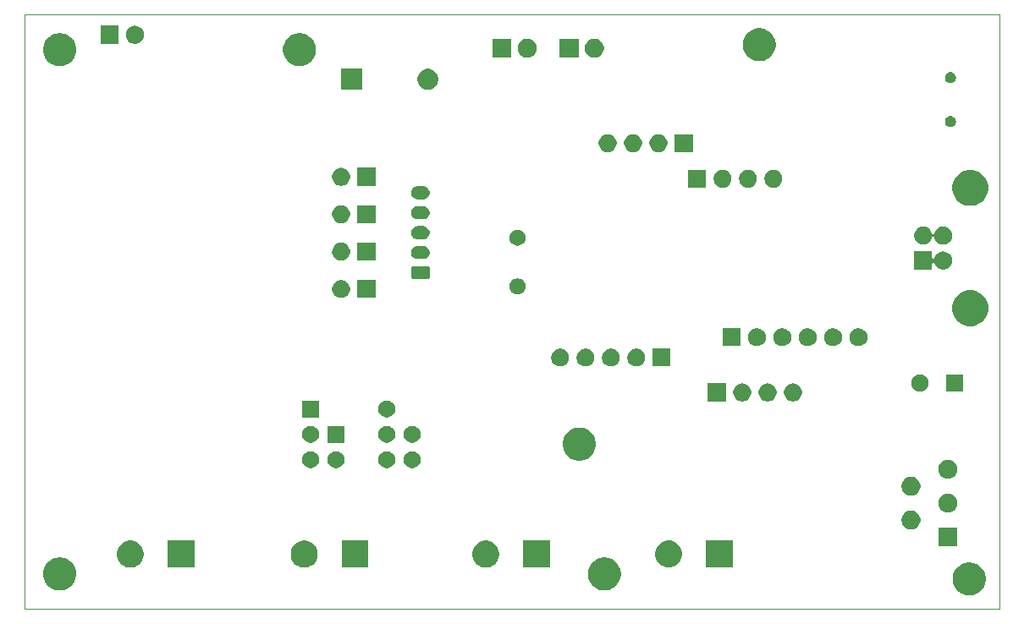
<source format=gbr>
G04 #@! TF.GenerationSoftware,KiCad,Pcbnew,5.1.5*
G04 #@! TF.CreationDate,2020-01-17T21:00:47+03:00*
G04 #@! TF.ProjectId,chrono,6368726f-6e6f-42e6-9b69-6361645f7063,rev?*
G04 #@! TF.SameCoordinates,Original*
G04 #@! TF.FileFunction,Soldermask,Bot*
G04 #@! TF.FilePolarity,Negative*
%FSLAX46Y46*%
G04 Gerber Fmt 4.6, Leading zero omitted, Abs format (unit mm)*
G04 Created by KiCad (PCBNEW 5.1.5) date 2020-01-17 21:00:47*
%MOMM*%
%LPD*%
G04 APERTURE LIST*
%ADD10C,0.050000*%
%ADD11C,0.100000*%
G04 APERTURE END LIST*
D10*
X30000000Y-74000000D02*
X30000000Y-133500000D01*
X127500000Y-133500000D02*
X30000000Y-133500000D01*
X127500000Y-74000000D02*
X127500000Y-133500000D01*
X30000000Y-74000000D02*
X127500000Y-74000000D01*
D11*
G36*
X124875256Y-128891298D02*
G01*
X124981579Y-128912447D01*
X125282042Y-129036903D01*
X125552451Y-129217585D01*
X125782415Y-129447549D01*
X125782416Y-129447551D01*
X125963098Y-129717960D01*
X126087553Y-130018422D01*
X126151000Y-130337389D01*
X126151000Y-130662611D01*
X126108702Y-130875256D01*
X126087553Y-130981579D01*
X125963097Y-131282042D01*
X125782415Y-131552451D01*
X125552451Y-131782415D01*
X125282042Y-131963097D01*
X124981579Y-132087553D01*
X124875256Y-132108702D01*
X124662611Y-132151000D01*
X124337389Y-132151000D01*
X124124744Y-132108702D01*
X124018421Y-132087553D01*
X123717958Y-131963097D01*
X123447549Y-131782415D01*
X123217585Y-131552451D01*
X123036903Y-131282042D01*
X122912447Y-130981579D01*
X122891298Y-130875256D01*
X122849000Y-130662611D01*
X122849000Y-130337389D01*
X122912447Y-130018422D01*
X123036902Y-129717960D01*
X123217584Y-129447551D01*
X123217585Y-129447549D01*
X123447549Y-129217585D01*
X123717958Y-129036903D01*
X124018421Y-128912447D01*
X124124744Y-128891298D01*
X124337389Y-128849000D01*
X124662611Y-128849000D01*
X124875256Y-128891298D01*
G37*
G36*
X88375256Y-128391298D02*
G01*
X88481579Y-128412447D01*
X88782042Y-128536903D01*
X89052451Y-128717585D01*
X89282415Y-128947549D01*
X89463097Y-129217958D01*
X89558198Y-129447551D01*
X89587553Y-129518422D01*
X89627244Y-129717958D01*
X89651000Y-129837391D01*
X89651000Y-130162609D01*
X89587553Y-130481579D01*
X89463097Y-130782042D01*
X89282415Y-131052451D01*
X89052451Y-131282415D01*
X88782042Y-131463097D01*
X88481579Y-131587553D01*
X88375256Y-131608702D01*
X88162611Y-131651000D01*
X87837389Y-131651000D01*
X87624744Y-131608702D01*
X87518421Y-131587553D01*
X87217958Y-131463097D01*
X86947549Y-131282415D01*
X86717585Y-131052451D01*
X86536903Y-130782042D01*
X86412447Y-130481579D01*
X86349000Y-130162609D01*
X86349000Y-129837391D01*
X86372757Y-129717958D01*
X86412447Y-129518422D01*
X86441803Y-129447551D01*
X86536903Y-129217958D01*
X86717585Y-128947549D01*
X86947549Y-128717585D01*
X87217958Y-128536903D01*
X87518421Y-128412447D01*
X87624744Y-128391298D01*
X87837389Y-128349000D01*
X88162611Y-128349000D01*
X88375256Y-128391298D01*
G37*
G36*
X33875256Y-128391298D02*
G01*
X33981579Y-128412447D01*
X34282042Y-128536903D01*
X34552451Y-128717585D01*
X34782415Y-128947549D01*
X34963097Y-129217958D01*
X35058198Y-129447551D01*
X35087553Y-129518422D01*
X35127244Y-129717958D01*
X35151000Y-129837391D01*
X35151000Y-130162609D01*
X35087553Y-130481579D01*
X34963097Y-130782042D01*
X34782415Y-131052451D01*
X34552451Y-131282415D01*
X34282042Y-131463097D01*
X33981579Y-131587553D01*
X33875256Y-131608702D01*
X33662611Y-131651000D01*
X33337389Y-131651000D01*
X33124744Y-131608702D01*
X33018421Y-131587553D01*
X32717958Y-131463097D01*
X32447549Y-131282415D01*
X32217585Y-131052451D01*
X32036903Y-130782042D01*
X31912447Y-130481579D01*
X31849000Y-130162609D01*
X31849000Y-129837391D01*
X31872757Y-129717958D01*
X31912447Y-129518422D01*
X31941803Y-129447551D01*
X32036903Y-129217958D01*
X32217585Y-128947549D01*
X32447549Y-128717585D01*
X32717958Y-128536903D01*
X33018421Y-128412447D01*
X33124744Y-128391298D01*
X33337389Y-128349000D01*
X33662611Y-128349000D01*
X33875256Y-128391298D01*
G37*
G36*
X58369572Y-126716918D02*
G01*
X58576812Y-126802759D01*
X58615439Y-126818759D01*
X58726828Y-126893187D01*
X58836711Y-126966609D01*
X59024891Y-127154789D01*
X59172742Y-127376063D01*
X59274582Y-127621928D01*
X59326500Y-127882937D01*
X59326500Y-128149063D01*
X59274582Y-128410072D01*
X59179369Y-128639939D01*
X59172741Y-128655939D01*
X59024890Y-128877212D01*
X58836712Y-129065390D01*
X58615439Y-129213241D01*
X58615438Y-129213242D01*
X58615437Y-129213242D01*
X58369572Y-129315082D01*
X58108563Y-129367000D01*
X57842437Y-129367000D01*
X57581428Y-129315082D01*
X57335563Y-129213242D01*
X57335562Y-129213242D01*
X57335561Y-129213241D01*
X57114288Y-129065390D01*
X56926110Y-128877212D01*
X56778259Y-128655939D01*
X56771632Y-128639939D01*
X56676418Y-128410072D01*
X56624500Y-128149063D01*
X56624500Y-127882937D01*
X56676418Y-127621928D01*
X56778258Y-127376063D01*
X56926109Y-127154789D01*
X57114289Y-126966609D01*
X57224172Y-126893187D01*
X57335561Y-126818759D01*
X57374189Y-126802759D01*
X57581428Y-126716918D01*
X57842437Y-126665000D01*
X58108563Y-126665000D01*
X58369572Y-126716918D01*
G37*
G36*
X47007500Y-129367000D02*
G01*
X44305500Y-129367000D01*
X44305500Y-126665000D01*
X47007500Y-126665000D01*
X47007500Y-129367000D01*
G37*
G36*
X40970572Y-126716918D02*
G01*
X41177812Y-126802759D01*
X41216439Y-126818759D01*
X41327828Y-126893187D01*
X41437711Y-126966609D01*
X41625891Y-127154789D01*
X41773742Y-127376063D01*
X41875582Y-127621928D01*
X41927500Y-127882937D01*
X41927500Y-128149063D01*
X41875582Y-128410072D01*
X41780369Y-128639939D01*
X41773741Y-128655939D01*
X41625890Y-128877212D01*
X41437712Y-129065390D01*
X41216439Y-129213241D01*
X41216438Y-129213242D01*
X41216437Y-129213242D01*
X40970572Y-129315082D01*
X40709563Y-129367000D01*
X40443437Y-129367000D01*
X40182428Y-129315082D01*
X39936563Y-129213242D01*
X39936562Y-129213242D01*
X39936561Y-129213241D01*
X39715288Y-129065390D01*
X39527110Y-128877212D01*
X39379259Y-128655939D01*
X39372632Y-128639939D01*
X39277418Y-128410072D01*
X39225500Y-128149063D01*
X39225500Y-127882937D01*
X39277418Y-127621928D01*
X39379258Y-127376063D01*
X39527109Y-127154789D01*
X39715289Y-126966609D01*
X39825172Y-126893187D01*
X39936561Y-126818759D01*
X39975189Y-126802759D01*
X40182428Y-126716918D01*
X40443437Y-126665000D01*
X40709563Y-126665000D01*
X40970572Y-126716918D01*
G37*
G36*
X82567500Y-129367000D02*
G01*
X79865500Y-129367000D01*
X79865500Y-126665000D01*
X82567500Y-126665000D01*
X82567500Y-129367000D01*
G37*
G36*
X64406500Y-129367000D02*
G01*
X61704500Y-129367000D01*
X61704500Y-126665000D01*
X64406500Y-126665000D01*
X64406500Y-129367000D01*
G37*
G36*
X76530572Y-126716918D02*
G01*
X76737812Y-126802759D01*
X76776439Y-126818759D01*
X76887828Y-126893187D01*
X76997711Y-126966609D01*
X77185891Y-127154789D01*
X77333742Y-127376063D01*
X77435582Y-127621928D01*
X77487500Y-127882937D01*
X77487500Y-128149063D01*
X77435582Y-128410072D01*
X77340369Y-128639939D01*
X77333741Y-128655939D01*
X77185890Y-128877212D01*
X76997712Y-129065390D01*
X76776439Y-129213241D01*
X76776438Y-129213242D01*
X76776437Y-129213242D01*
X76530572Y-129315082D01*
X76269563Y-129367000D01*
X76003437Y-129367000D01*
X75742428Y-129315082D01*
X75496563Y-129213242D01*
X75496562Y-129213242D01*
X75496561Y-129213241D01*
X75275288Y-129065390D01*
X75087110Y-128877212D01*
X74939259Y-128655939D01*
X74932632Y-128639939D01*
X74837418Y-128410072D01*
X74785500Y-128149063D01*
X74785500Y-127882937D01*
X74837418Y-127621928D01*
X74939258Y-127376063D01*
X75087109Y-127154789D01*
X75275289Y-126966609D01*
X75385172Y-126893187D01*
X75496561Y-126818759D01*
X75535189Y-126802759D01*
X75742428Y-126716918D01*
X76003437Y-126665000D01*
X76269563Y-126665000D01*
X76530572Y-126716918D01*
G37*
G36*
X94641500Y-126665000D02*
G01*
X94822072Y-126700918D01*
X95067939Y-126802759D01*
X95179328Y-126877187D01*
X95289211Y-126950609D01*
X95477391Y-127138789D01*
X95625242Y-127360063D01*
X95727082Y-127605928D01*
X95779000Y-127866937D01*
X95779000Y-128133063D01*
X95727082Y-128394072D01*
X95625242Y-128639937D01*
X95477391Y-128861211D01*
X95289211Y-129049391D01*
X95265265Y-129065391D01*
X95067939Y-129197241D01*
X95067938Y-129197242D01*
X95067937Y-129197242D01*
X94822072Y-129299082D01*
X94561063Y-129351000D01*
X94294937Y-129351000D01*
X94033928Y-129299082D01*
X93788063Y-129197242D01*
X93788062Y-129197242D01*
X93788061Y-129197241D01*
X93590735Y-129065391D01*
X93566789Y-129049391D01*
X93378609Y-128861211D01*
X93230758Y-128639937D01*
X93128918Y-128394072D01*
X93077000Y-128133063D01*
X93077000Y-127866937D01*
X93128918Y-127605928D01*
X93230758Y-127360063D01*
X93378609Y-127138789D01*
X93566789Y-126950609D01*
X93676672Y-126877187D01*
X93788061Y-126802759D01*
X94033928Y-126700918D01*
X94214500Y-126665000D01*
X94294937Y-126649000D01*
X94561063Y-126649000D01*
X94641500Y-126665000D01*
G37*
G36*
X100859000Y-129351000D02*
G01*
X98157000Y-129351000D01*
X98157000Y-126649000D01*
X100859000Y-126649000D01*
X100859000Y-129351000D01*
G37*
G36*
X123315500Y-127252500D02*
G01*
X121413500Y-127252500D01*
X121413500Y-125350500D01*
X123315500Y-125350500D01*
X123315500Y-127252500D01*
G37*
G36*
X118941895Y-123687046D02*
G01*
X119114966Y-123758734D01*
X119114967Y-123758735D01*
X119270727Y-123862810D01*
X119403190Y-123995273D01*
X119403191Y-123995275D01*
X119507266Y-124151034D01*
X119578954Y-124324105D01*
X119615500Y-124507833D01*
X119615500Y-124695167D01*
X119578954Y-124878895D01*
X119507266Y-125051966D01*
X119507265Y-125051967D01*
X119403190Y-125207727D01*
X119270727Y-125340190D01*
X119255297Y-125350500D01*
X119114966Y-125444266D01*
X118941895Y-125515954D01*
X118758167Y-125552500D01*
X118570833Y-125552500D01*
X118387105Y-125515954D01*
X118214034Y-125444266D01*
X118073703Y-125350500D01*
X118058273Y-125340190D01*
X117925810Y-125207727D01*
X117821735Y-125051967D01*
X117821734Y-125051966D01*
X117750046Y-124878895D01*
X117713500Y-124695167D01*
X117713500Y-124507833D01*
X117750046Y-124324105D01*
X117821734Y-124151034D01*
X117925809Y-123995275D01*
X117925810Y-123995273D01*
X118058273Y-123862810D01*
X118214033Y-123758735D01*
X118214034Y-123758734D01*
X118387105Y-123687046D01*
X118570833Y-123650500D01*
X118758167Y-123650500D01*
X118941895Y-123687046D01*
G37*
G36*
X122641895Y-121987046D02*
G01*
X122814966Y-122058734D01*
X122814967Y-122058735D01*
X122970727Y-122162810D01*
X123103190Y-122295273D01*
X123103191Y-122295275D01*
X123207266Y-122451034D01*
X123278954Y-122624105D01*
X123315500Y-122807833D01*
X123315500Y-122995167D01*
X123278954Y-123178895D01*
X123207266Y-123351966D01*
X123207265Y-123351967D01*
X123103190Y-123507727D01*
X122970727Y-123640190D01*
X122955297Y-123650500D01*
X122814966Y-123744266D01*
X122641895Y-123815954D01*
X122458167Y-123852500D01*
X122270833Y-123852500D01*
X122087105Y-123815954D01*
X121914034Y-123744266D01*
X121773703Y-123650500D01*
X121758273Y-123640190D01*
X121625810Y-123507727D01*
X121521735Y-123351967D01*
X121521734Y-123351966D01*
X121450046Y-123178895D01*
X121413500Y-122995167D01*
X121413500Y-122807833D01*
X121450046Y-122624105D01*
X121521734Y-122451034D01*
X121625809Y-122295275D01*
X121625810Y-122295273D01*
X121758273Y-122162810D01*
X121914033Y-122058735D01*
X121914034Y-122058734D01*
X122087105Y-121987046D01*
X122270833Y-121950500D01*
X122458167Y-121950500D01*
X122641895Y-121987046D01*
G37*
G36*
X118941895Y-120287046D02*
G01*
X119114966Y-120358734D01*
X119114967Y-120358735D01*
X119270727Y-120462810D01*
X119403190Y-120595273D01*
X119403191Y-120595275D01*
X119507266Y-120751034D01*
X119578954Y-120924105D01*
X119615500Y-121107833D01*
X119615500Y-121295167D01*
X119578954Y-121478895D01*
X119507266Y-121651966D01*
X119507265Y-121651967D01*
X119403190Y-121807727D01*
X119270727Y-121940190D01*
X119255297Y-121950500D01*
X119114966Y-122044266D01*
X118941895Y-122115954D01*
X118758167Y-122152500D01*
X118570833Y-122152500D01*
X118387105Y-122115954D01*
X118214034Y-122044266D01*
X118073703Y-121950500D01*
X118058273Y-121940190D01*
X117925810Y-121807727D01*
X117821735Y-121651967D01*
X117821734Y-121651966D01*
X117750046Y-121478895D01*
X117713500Y-121295167D01*
X117713500Y-121107833D01*
X117750046Y-120924105D01*
X117821734Y-120751034D01*
X117925809Y-120595275D01*
X117925810Y-120595273D01*
X118058273Y-120462810D01*
X118214033Y-120358735D01*
X118214034Y-120358734D01*
X118387105Y-120287046D01*
X118570833Y-120250500D01*
X118758167Y-120250500D01*
X118941895Y-120287046D01*
G37*
G36*
X122641895Y-118587046D02*
G01*
X122814966Y-118658734D01*
X122814967Y-118658735D01*
X122970727Y-118762810D01*
X123103190Y-118895273D01*
X123103191Y-118895275D01*
X123207266Y-119051034D01*
X123278954Y-119224105D01*
X123315500Y-119407833D01*
X123315500Y-119595167D01*
X123278954Y-119778895D01*
X123207266Y-119951966D01*
X123207265Y-119951967D01*
X123103190Y-120107727D01*
X122970727Y-120240190D01*
X122955297Y-120250500D01*
X122814966Y-120344266D01*
X122641895Y-120415954D01*
X122458167Y-120452500D01*
X122270833Y-120452500D01*
X122087105Y-120415954D01*
X121914034Y-120344266D01*
X121773703Y-120250500D01*
X121758273Y-120240190D01*
X121625810Y-120107727D01*
X121521735Y-119951967D01*
X121521734Y-119951966D01*
X121450046Y-119778895D01*
X121413500Y-119595167D01*
X121413500Y-119407833D01*
X121450046Y-119224105D01*
X121521734Y-119051034D01*
X121625809Y-118895275D01*
X121625810Y-118895273D01*
X121758273Y-118762810D01*
X121914033Y-118658735D01*
X121914034Y-118658734D01*
X122087105Y-118587046D01*
X122270833Y-118550500D01*
X122458167Y-118550500D01*
X122641895Y-118587046D01*
G37*
G36*
X69018728Y-117736203D02*
G01*
X69173600Y-117800353D01*
X69312981Y-117893485D01*
X69431515Y-118012019D01*
X69524647Y-118151400D01*
X69588797Y-118306272D01*
X69621500Y-118470684D01*
X69621500Y-118638316D01*
X69588797Y-118802728D01*
X69524647Y-118957600D01*
X69431515Y-119096981D01*
X69312981Y-119215515D01*
X69173600Y-119308647D01*
X69018728Y-119372797D01*
X68854316Y-119405500D01*
X68686684Y-119405500D01*
X68522272Y-119372797D01*
X68367400Y-119308647D01*
X68228019Y-119215515D01*
X68109485Y-119096981D01*
X68016353Y-118957600D01*
X67952203Y-118802728D01*
X67919500Y-118638316D01*
X67919500Y-118470684D01*
X67952203Y-118306272D01*
X68016353Y-118151400D01*
X68109485Y-118012019D01*
X68228019Y-117893485D01*
X68367400Y-117800353D01*
X68522272Y-117736203D01*
X68686684Y-117703500D01*
X68854316Y-117703500D01*
X69018728Y-117736203D01*
G37*
G36*
X66478728Y-117736203D02*
G01*
X66633600Y-117800353D01*
X66772981Y-117893485D01*
X66891515Y-118012019D01*
X66984647Y-118151400D01*
X67048797Y-118306272D01*
X67081500Y-118470684D01*
X67081500Y-118638316D01*
X67048797Y-118802728D01*
X66984647Y-118957600D01*
X66891515Y-119096981D01*
X66772981Y-119215515D01*
X66633600Y-119308647D01*
X66478728Y-119372797D01*
X66314316Y-119405500D01*
X66146684Y-119405500D01*
X65982272Y-119372797D01*
X65827400Y-119308647D01*
X65688019Y-119215515D01*
X65569485Y-119096981D01*
X65476353Y-118957600D01*
X65412203Y-118802728D01*
X65379500Y-118638316D01*
X65379500Y-118470684D01*
X65412203Y-118306272D01*
X65476353Y-118151400D01*
X65569485Y-118012019D01*
X65688019Y-117893485D01*
X65827400Y-117800353D01*
X65982272Y-117736203D01*
X66146684Y-117703500D01*
X66314316Y-117703500D01*
X66478728Y-117736203D01*
G37*
G36*
X58858728Y-117736203D02*
G01*
X59013600Y-117800353D01*
X59152981Y-117893485D01*
X59271515Y-118012019D01*
X59364647Y-118151400D01*
X59428797Y-118306272D01*
X59461500Y-118470684D01*
X59461500Y-118638316D01*
X59428797Y-118802728D01*
X59364647Y-118957600D01*
X59271515Y-119096981D01*
X59152981Y-119215515D01*
X59013600Y-119308647D01*
X58858728Y-119372797D01*
X58694316Y-119405500D01*
X58526684Y-119405500D01*
X58362272Y-119372797D01*
X58207400Y-119308647D01*
X58068019Y-119215515D01*
X57949485Y-119096981D01*
X57856353Y-118957600D01*
X57792203Y-118802728D01*
X57759500Y-118638316D01*
X57759500Y-118470684D01*
X57792203Y-118306272D01*
X57856353Y-118151400D01*
X57949485Y-118012019D01*
X58068019Y-117893485D01*
X58207400Y-117800353D01*
X58362272Y-117736203D01*
X58526684Y-117703500D01*
X58694316Y-117703500D01*
X58858728Y-117736203D01*
G37*
G36*
X61398728Y-117736203D02*
G01*
X61553600Y-117800353D01*
X61692981Y-117893485D01*
X61811515Y-118012019D01*
X61904647Y-118151400D01*
X61968797Y-118306272D01*
X62001500Y-118470684D01*
X62001500Y-118638316D01*
X61968797Y-118802728D01*
X61904647Y-118957600D01*
X61811515Y-119096981D01*
X61692981Y-119215515D01*
X61553600Y-119308647D01*
X61398728Y-119372797D01*
X61234316Y-119405500D01*
X61066684Y-119405500D01*
X60902272Y-119372797D01*
X60747400Y-119308647D01*
X60608019Y-119215515D01*
X60489485Y-119096981D01*
X60396353Y-118957600D01*
X60332203Y-118802728D01*
X60299500Y-118638316D01*
X60299500Y-118470684D01*
X60332203Y-118306272D01*
X60396353Y-118151400D01*
X60489485Y-118012019D01*
X60608019Y-117893485D01*
X60747400Y-117800353D01*
X60902272Y-117736203D01*
X61066684Y-117703500D01*
X61234316Y-117703500D01*
X61398728Y-117736203D01*
G37*
G36*
X85875256Y-115391298D02*
G01*
X85981579Y-115412447D01*
X86282042Y-115536903D01*
X86552451Y-115717585D01*
X86782415Y-115947549D01*
X86963097Y-116217958D01*
X87045792Y-116417600D01*
X87087553Y-116518422D01*
X87150087Y-116832797D01*
X87151000Y-116837391D01*
X87151000Y-117162609D01*
X87087553Y-117481579D01*
X86963097Y-117782042D01*
X86782415Y-118052451D01*
X86552451Y-118282415D01*
X86282042Y-118463097D01*
X86282041Y-118463098D01*
X86282040Y-118463098D01*
X86263723Y-118470685D01*
X85981579Y-118587553D01*
X85875256Y-118608702D01*
X85662611Y-118651000D01*
X85337389Y-118651000D01*
X85124744Y-118608702D01*
X85018421Y-118587553D01*
X84736277Y-118470685D01*
X84717960Y-118463098D01*
X84717959Y-118463098D01*
X84717958Y-118463097D01*
X84447549Y-118282415D01*
X84217585Y-118052451D01*
X84036903Y-117782042D01*
X83912447Y-117481579D01*
X83849000Y-117162609D01*
X83849000Y-116837391D01*
X83849914Y-116832797D01*
X83912447Y-116518422D01*
X83954209Y-116417600D01*
X84036903Y-116217958D01*
X84217585Y-115947549D01*
X84447549Y-115717585D01*
X84717958Y-115536903D01*
X85018421Y-115412447D01*
X85124744Y-115391298D01*
X85337389Y-115349000D01*
X85662611Y-115349000D01*
X85875256Y-115391298D01*
G37*
G36*
X69018728Y-115196203D02*
G01*
X69173600Y-115260353D01*
X69312981Y-115353485D01*
X69431515Y-115472019D01*
X69524647Y-115611400D01*
X69588797Y-115766272D01*
X69621500Y-115930684D01*
X69621500Y-116098316D01*
X69588797Y-116262728D01*
X69524647Y-116417600D01*
X69431515Y-116556981D01*
X69312981Y-116675515D01*
X69173600Y-116768647D01*
X69018728Y-116832797D01*
X68854316Y-116865500D01*
X68686684Y-116865500D01*
X68522272Y-116832797D01*
X68367400Y-116768647D01*
X68228019Y-116675515D01*
X68109485Y-116556981D01*
X68016353Y-116417600D01*
X67952203Y-116262728D01*
X67919500Y-116098316D01*
X67919500Y-115930684D01*
X67952203Y-115766272D01*
X68016353Y-115611400D01*
X68109485Y-115472019D01*
X68228019Y-115353485D01*
X68367400Y-115260353D01*
X68522272Y-115196203D01*
X68686684Y-115163500D01*
X68854316Y-115163500D01*
X69018728Y-115196203D01*
G37*
G36*
X62001500Y-116865500D02*
G01*
X60299500Y-116865500D01*
X60299500Y-115163500D01*
X62001500Y-115163500D01*
X62001500Y-116865500D01*
G37*
G36*
X58858728Y-115196203D02*
G01*
X59013600Y-115260353D01*
X59152981Y-115353485D01*
X59271515Y-115472019D01*
X59364647Y-115611400D01*
X59428797Y-115766272D01*
X59461500Y-115930684D01*
X59461500Y-116098316D01*
X59428797Y-116262728D01*
X59364647Y-116417600D01*
X59271515Y-116556981D01*
X59152981Y-116675515D01*
X59013600Y-116768647D01*
X58858728Y-116832797D01*
X58694316Y-116865500D01*
X58526684Y-116865500D01*
X58362272Y-116832797D01*
X58207400Y-116768647D01*
X58068019Y-116675515D01*
X57949485Y-116556981D01*
X57856353Y-116417600D01*
X57792203Y-116262728D01*
X57759500Y-116098316D01*
X57759500Y-115930684D01*
X57792203Y-115766272D01*
X57856353Y-115611400D01*
X57949485Y-115472019D01*
X58068019Y-115353485D01*
X58207400Y-115260353D01*
X58362272Y-115196203D01*
X58526684Y-115163500D01*
X58694316Y-115163500D01*
X58858728Y-115196203D01*
G37*
G36*
X66478728Y-115196203D02*
G01*
X66633600Y-115260353D01*
X66772981Y-115353485D01*
X66891515Y-115472019D01*
X66984647Y-115611400D01*
X67048797Y-115766272D01*
X67081500Y-115930684D01*
X67081500Y-116098316D01*
X67048797Y-116262728D01*
X66984647Y-116417600D01*
X66891515Y-116556981D01*
X66772981Y-116675515D01*
X66633600Y-116768647D01*
X66478728Y-116832797D01*
X66314316Y-116865500D01*
X66146684Y-116865500D01*
X65982272Y-116832797D01*
X65827400Y-116768647D01*
X65688019Y-116675515D01*
X65569485Y-116556981D01*
X65476353Y-116417600D01*
X65412203Y-116262728D01*
X65379500Y-116098316D01*
X65379500Y-115930684D01*
X65412203Y-115766272D01*
X65476353Y-115611400D01*
X65569485Y-115472019D01*
X65688019Y-115353485D01*
X65827400Y-115260353D01*
X65982272Y-115196203D01*
X66146684Y-115163500D01*
X66314316Y-115163500D01*
X66478728Y-115196203D01*
G37*
G36*
X66478728Y-112656203D02*
G01*
X66633600Y-112720353D01*
X66772981Y-112813485D01*
X66891515Y-112932019D01*
X66984647Y-113071400D01*
X67048797Y-113226272D01*
X67081500Y-113390684D01*
X67081500Y-113558316D01*
X67048797Y-113722728D01*
X66984647Y-113877600D01*
X66891515Y-114016981D01*
X66772981Y-114135515D01*
X66633600Y-114228647D01*
X66478728Y-114292797D01*
X66314316Y-114325500D01*
X66146684Y-114325500D01*
X65982272Y-114292797D01*
X65827400Y-114228647D01*
X65688019Y-114135515D01*
X65569485Y-114016981D01*
X65476353Y-113877600D01*
X65412203Y-113722728D01*
X65379500Y-113558316D01*
X65379500Y-113390684D01*
X65412203Y-113226272D01*
X65476353Y-113071400D01*
X65569485Y-112932019D01*
X65688019Y-112813485D01*
X65827400Y-112720353D01*
X65982272Y-112656203D01*
X66146684Y-112623500D01*
X66314316Y-112623500D01*
X66478728Y-112656203D01*
G37*
G36*
X59461500Y-114325500D02*
G01*
X57759500Y-114325500D01*
X57759500Y-112623500D01*
X59461500Y-112623500D01*
X59461500Y-114325500D01*
G37*
G36*
X100151500Y-112724500D02*
G01*
X98349500Y-112724500D01*
X98349500Y-110922500D01*
X100151500Y-110922500D01*
X100151500Y-112724500D01*
G37*
G36*
X101904012Y-110927427D02*
G01*
X102053312Y-110957124D01*
X102217284Y-111025044D01*
X102364854Y-111123647D01*
X102490353Y-111249146D01*
X102588956Y-111396716D01*
X102656876Y-111560688D01*
X102691500Y-111734759D01*
X102691500Y-111912241D01*
X102656876Y-112086312D01*
X102588956Y-112250284D01*
X102490353Y-112397854D01*
X102364854Y-112523353D01*
X102217284Y-112621956D01*
X102053312Y-112689876D01*
X101904012Y-112719573D01*
X101879242Y-112724500D01*
X101701758Y-112724500D01*
X101676988Y-112719573D01*
X101527688Y-112689876D01*
X101363716Y-112621956D01*
X101216146Y-112523353D01*
X101090647Y-112397854D01*
X100992044Y-112250284D01*
X100924124Y-112086312D01*
X100889500Y-111912241D01*
X100889500Y-111734759D01*
X100924124Y-111560688D01*
X100992044Y-111396716D01*
X101090647Y-111249146D01*
X101216146Y-111123647D01*
X101363716Y-111025044D01*
X101527688Y-110957124D01*
X101676988Y-110927427D01*
X101701758Y-110922500D01*
X101879242Y-110922500D01*
X101904012Y-110927427D01*
G37*
G36*
X106984012Y-110927427D02*
G01*
X107133312Y-110957124D01*
X107297284Y-111025044D01*
X107444854Y-111123647D01*
X107570353Y-111249146D01*
X107668956Y-111396716D01*
X107736876Y-111560688D01*
X107771500Y-111734759D01*
X107771500Y-111912241D01*
X107736876Y-112086312D01*
X107668956Y-112250284D01*
X107570353Y-112397854D01*
X107444854Y-112523353D01*
X107297284Y-112621956D01*
X107133312Y-112689876D01*
X106984012Y-112719573D01*
X106959242Y-112724500D01*
X106781758Y-112724500D01*
X106756988Y-112719573D01*
X106607688Y-112689876D01*
X106443716Y-112621956D01*
X106296146Y-112523353D01*
X106170647Y-112397854D01*
X106072044Y-112250284D01*
X106004124Y-112086312D01*
X105969500Y-111912241D01*
X105969500Y-111734759D01*
X106004124Y-111560688D01*
X106072044Y-111396716D01*
X106170647Y-111249146D01*
X106296146Y-111123647D01*
X106443716Y-111025044D01*
X106607688Y-110957124D01*
X106756988Y-110927427D01*
X106781758Y-110922500D01*
X106959242Y-110922500D01*
X106984012Y-110927427D01*
G37*
G36*
X104444012Y-110927427D02*
G01*
X104593312Y-110957124D01*
X104757284Y-111025044D01*
X104904854Y-111123647D01*
X105030353Y-111249146D01*
X105128956Y-111396716D01*
X105196876Y-111560688D01*
X105231500Y-111734759D01*
X105231500Y-111912241D01*
X105196876Y-112086312D01*
X105128956Y-112250284D01*
X105030353Y-112397854D01*
X104904854Y-112523353D01*
X104757284Y-112621956D01*
X104593312Y-112689876D01*
X104444012Y-112719573D01*
X104419242Y-112724500D01*
X104241758Y-112724500D01*
X104216988Y-112719573D01*
X104067688Y-112689876D01*
X103903716Y-112621956D01*
X103756146Y-112523353D01*
X103630647Y-112397854D01*
X103532044Y-112250284D01*
X103464124Y-112086312D01*
X103429500Y-111912241D01*
X103429500Y-111734759D01*
X103464124Y-111560688D01*
X103532044Y-111396716D01*
X103630647Y-111249146D01*
X103756146Y-111123647D01*
X103903716Y-111025044D01*
X104067688Y-110957124D01*
X104216988Y-110927427D01*
X104241758Y-110922500D01*
X104419242Y-110922500D01*
X104444012Y-110927427D01*
G37*
G36*
X123914000Y-111722000D02*
G01*
X122212000Y-111722000D01*
X122212000Y-110020000D01*
X123914000Y-110020000D01*
X123914000Y-111722000D01*
G37*
G36*
X119811228Y-110052703D02*
G01*
X119966100Y-110116853D01*
X120105481Y-110209985D01*
X120224015Y-110328519D01*
X120317147Y-110467900D01*
X120381297Y-110622772D01*
X120414000Y-110787184D01*
X120414000Y-110954816D01*
X120381297Y-111119228D01*
X120317147Y-111274100D01*
X120224015Y-111413481D01*
X120105481Y-111532015D01*
X119966100Y-111625147D01*
X119811228Y-111689297D01*
X119646816Y-111722000D01*
X119479184Y-111722000D01*
X119314772Y-111689297D01*
X119159900Y-111625147D01*
X119020519Y-111532015D01*
X118901985Y-111413481D01*
X118808853Y-111274100D01*
X118744703Y-111119228D01*
X118712000Y-110954816D01*
X118712000Y-110787184D01*
X118744703Y-110622772D01*
X118808853Y-110467900D01*
X118901985Y-110328519D01*
X119020519Y-110209985D01*
X119159900Y-110116853D01*
X119314772Y-110052703D01*
X119479184Y-110020000D01*
X119646816Y-110020000D01*
X119811228Y-110052703D01*
G37*
G36*
X83679512Y-107434927D02*
G01*
X83828812Y-107464624D01*
X83992784Y-107532544D01*
X84140354Y-107631147D01*
X84265853Y-107756646D01*
X84364456Y-107904216D01*
X84432376Y-108068188D01*
X84467000Y-108242259D01*
X84467000Y-108419741D01*
X84432376Y-108593812D01*
X84364456Y-108757784D01*
X84265853Y-108905354D01*
X84140354Y-109030853D01*
X83992784Y-109129456D01*
X83828812Y-109197376D01*
X83679512Y-109227073D01*
X83654742Y-109232000D01*
X83477258Y-109232000D01*
X83452488Y-109227073D01*
X83303188Y-109197376D01*
X83139216Y-109129456D01*
X82991646Y-109030853D01*
X82866147Y-108905354D01*
X82767544Y-108757784D01*
X82699624Y-108593812D01*
X82665000Y-108419741D01*
X82665000Y-108242259D01*
X82699624Y-108068188D01*
X82767544Y-107904216D01*
X82866147Y-107756646D01*
X82991646Y-107631147D01*
X83139216Y-107532544D01*
X83303188Y-107464624D01*
X83452488Y-107434927D01*
X83477258Y-107430000D01*
X83654742Y-107430000D01*
X83679512Y-107434927D01*
G37*
G36*
X91299512Y-107434927D02*
G01*
X91448812Y-107464624D01*
X91612784Y-107532544D01*
X91760354Y-107631147D01*
X91885853Y-107756646D01*
X91984456Y-107904216D01*
X92052376Y-108068188D01*
X92087000Y-108242259D01*
X92087000Y-108419741D01*
X92052376Y-108593812D01*
X91984456Y-108757784D01*
X91885853Y-108905354D01*
X91760354Y-109030853D01*
X91612784Y-109129456D01*
X91448812Y-109197376D01*
X91299512Y-109227073D01*
X91274742Y-109232000D01*
X91097258Y-109232000D01*
X91072488Y-109227073D01*
X90923188Y-109197376D01*
X90759216Y-109129456D01*
X90611646Y-109030853D01*
X90486147Y-108905354D01*
X90387544Y-108757784D01*
X90319624Y-108593812D01*
X90285000Y-108419741D01*
X90285000Y-108242259D01*
X90319624Y-108068188D01*
X90387544Y-107904216D01*
X90486147Y-107756646D01*
X90611646Y-107631147D01*
X90759216Y-107532544D01*
X90923188Y-107464624D01*
X91072488Y-107434927D01*
X91097258Y-107430000D01*
X91274742Y-107430000D01*
X91299512Y-107434927D01*
G37*
G36*
X88759512Y-107434927D02*
G01*
X88908812Y-107464624D01*
X89072784Y-107532544D01*
X89220354Y-107631147D01*
X89345853Y-107756646D01*
X89444456Y-107904216D01*
X89512376Y-108068188D01*
X89547000Y-108242259D01*
X89547000Y-108419741D01*
X89512376Y-108593812D01*
X89444456Y-108757784D01*
X89345853Y-108905354D01*
X89220354Y-109030853D01*
X89072784Y-109129456D01*
X88908812Y-109197376D01*
X88759512Y-109227073D01*
X88734742Y-109232000D01*
X88557258Y-109232000D01*
X88532488Y-109227073D01*
X88383188Y-109197376D01*
X88219216Y-109129456D01*
X88071646Y-109030853D01*
X87946147Y-108905354D01*
X87847544Y-108757784D01*
X87779624Y-108593812D01*
X87745000Y-108419741D01*
X87745000Y-108242259D01*
X87779624Y-108068188D01*
X87847544Y-107904216D01*
X87946147Y-107756646D01*
X88071646Y-107631147D01*
X88219216Y-107532544D01*
X88383188Y-107464624D01*
X88532488Y-107434927D01*
X88557258Y-107430000D01*
X88734742Y-107430000D01*
X88759512Y-107434927D01*
G37*
G36*
X86219512Y-107434927D02*
G01*
X86368812Y-107464624D01*
X86532784Y-107532544D01*
X86680354Y-107631147D01*
X86805853Y-107756646D01*
X86904456Y-107904216D01*
X86972376Y-108068188D01*
X87007000Y-108242259D01*
X87007000Y-108419741D01*
X86972376Y-108593812D01*
X86904456Y-108757784D01*
X86805853Y-108905354D01*
X86680354Y-109030853D01*
X86532784Y-109129456D01*
X86368812Y-109197376D01*
X86219512Y-109227073D01*
X86194742Y-109232000D01*
X86017258Y-109232000D01*
X85992488Y-109227073D01*
X85843188Y-109197376D01*
X85679216Y-109129456D01*
X85531646Y-109030853D01*
X85406147Y-108905354D01*
X85307544Y-108757784D01*
X85239624Y-108593812D01*
X85205000Y-108419741D01*
X85205000Y-108242259D01*
X85239624Y-108068188D01*
X85307544Y-107904216D01*
X85406147Y-107756646D01*
X85531646Y-107631147D01*
X85679216Y-107532544D01*
X85843188Y-107464624D01*
X85992488Y-107434927D01*
X86017258Y-107430000D01*
X86194742Y-107430000D01*
X86219512Y-107434927D01*
G37*
G36*
X94627000Y-109232000D02*
G01*
X92825000Y-109232000D01*
X92825000Y-107430000D01*
X94627000Y-107430000D01*
X94627000Y-109232000D01*
G37*
G36*
X101612000Y-107200000D02*
G01*
X99810000Y-107200000D01*
X99810000Y-105398000D01*
X101612000Y-105398000D01*
X101612000Y-107200000D01*
G37*
G36*
X113524512Y-105402927D02*
G01*
X113673812Y-105432624D01*
X113837784Y-105500544D01*
X113985354Y-105599147D01*
X114110853Y-105724646D01*
X114209456Y-105872216D01*
X114277376Y-106036188D01*
X114312000Y-106210259D01*
X114312000Y-106387741D01*
X114277376Y-106561812D01*
X114209456Y-106725784D01*
X114110853Y-106873354D01*
X113985354Y-106998853D01*
X113837784Y-107097456D01*
X113673812Y-107165376D01*
X113524512Y-107195073D01*
X113499742Y-107200000D01*
X113322258Y-107200000D01*
X113297488Y-107195073D01*
X113148188Y-107165376D01*
X112984216Y-107097456D01*
X112836646Y-106998853D01*
X112711147Y-106873354D01*
X112612544Y-106725784D01*
X112544624Y-106561812D01*
X112510000Y-106387741D01*
X112510000Y-106210259D01*
X112544624Y-106036188D01*
X112612544Y-105872216D01*
X112711147Y-105724646D01*
X112836646Y-105599147D01*
X112984216Y-105500544D01*
X113148188Y-105432624D01*
X113297488Y-105402927D01*
X113322258Y-105398000D01*
X113499742Y-105398000D01*
X113524512Y-105402927D01*
G37*
G36*
X103364512Y-105402927D02*
G01*
X103513812Y-105432624D01*
X103677784Y-105500544D01*
X103825354Y-105599147D01*
X103950853Y-105724646D01*
X104049456Y-105872216D01*
X104117376Y-106036188D01*
X104152000Y-106210259D01*
X104152000Y-106387741D01*
X104117376Y-106561812D01*
X104049456Y-106725784D01*
X103950853Y-106873354D01*
X103825354Y-106998853D01*
X103677784Y-107097456D01*
X103513812Y-107165376D01*
X103364512Y-107195073D01*
X103339742Y-107200000D01*
X103162258Y-107200000D01*
X103137488Y-107195073D01*
X102988188Y-107165376D01*
X102824216Y-107097456D01*
X102676646Y-106998853D01*
X102551147Y-106873354D01*
X102452544Y-106725784D01*
X102384624Y-106561812D01*
X102350000Y-106387741D01*
X102350000Y-106210259D01*
X102384624Y-106036188D01*
X102452544Y-105872216D01*
X102551147Y-105724646D01*
X102676646Y-105599147D01*
X102824216Y-105500544D01*
X102988188Y-105432624D01*
X103137488Y-105402927D01*
X103162258Y-105398000D01*
X103339742Y-105398000D01*
X103364512Y-105402927D01*
G37*
G36*
X110984512Y-105402927D02*
G01*
X111133812Y-105432624D01*
X111297784Y-105500544D01*
X111445354Y-105599147D01*
X111570853Y-105724646D01*
X111669456Y-105872216D01*
X111737376Y-106036188D01*
X111772000Y-106210259D01*
X111772000Y-106387741D01*
X111737376Y-106561812D01*
X111669456Y-106725784D01*
X111570853Y-106873354D01*
X111445354Y-106998853D01*
X111297784Y-107097456D01*
X111133812Y-107165376D01*
X110984512Y-107195073D01*
X110959742Y-107200000D01*
X110782258Y-107200000D01*
X110757488Y-107195073D01*
X110608188Y-107165376D01*
X110444216Y-107097456D01*
X110296646Y-106998853D01*
X110171147Y-106873354D01*
X110072544Y-106725784D01*
X110004624Y-106561812D01*
X109970000Y-106387741D01*
X109970000Y-106210259D01*
X110004624Y-106036188D01*
X110072544Y-105872216D01*
X110171147Y-105724646D01*
X110296646Y-105599147D01*
X110444216Y-105500544D01*
X110608188Y-105432624D01*
X110757488Y-105402927D01*
X110782258Y-105398000D01*
X110959742Y-105398000D01*
X110984512Y-105402927D01*
G37*
G36*
X108444512Y-105402927D02*
G01*
X108593812Y-105432624D01*
X108757784Y-105500544D01*
X108905354Y-105599147D01*
X109030853Y-105724646D01*
X109129456Y-105872216D01*
X109197376Y-106036188D01*
X109232000Y-106210259D01*
X109232000Y-106387741D01*
X109197376Y-106561812D01*
X109129456Y-106725784D01*
X109030853Y-106873354D01*
X108905354Y-106998853D01*
X108757784Y-107097456D01*
X108593812Y-107165376D01*
X108444512Y-107195073D01*
X108419742Y-107200000D01*
X108242258Y-107200000D01*
X108217488Y-107195073D01*
X108068188Y-107165376D01*
X107904216Y-107097456D01*
X107756646Y-106998853D01*
X107631147Y-106873354D01*
X107532544Y-106725784D01*
X107464624Y-106561812D01*
X107430000Y-106387741D01*
X107430000Y-106210259D01*
X107464624Y-106036188D01*
X107532544Y-105872216D01*
X107631147Y-105724646D01*
X107756646Y-105599147D01*
X107904216Y-105500544D01*
X108068188Y-105432624D01*
X108217488Y-105402927D01*
X108242258Y-105398000D01*
X108419742Y-105398000D01*
X108444512Y-105402927D01*
G37*
G36*
X105904512Y-105402927D02*
G01*
X106053812Y-105432624D01*
X106217784Y-105500544D01*
X106365354Y-105599147D01*
X106490853Y-105724646D01*
X106589456Y-105872216D01*
X106657376Y-106036188D01*
X106692000Y-106210259D01*
X106692000Y-106387741D01*
X106657376Y-106561812D01*
X106589456Y-106725784D01*
X106490853Y-106873354D01*
X106365354Y-106998853D01*
X106217784Y-107097456D01*
X106053812Y-107165376D01*
X105904512Y-107195073D01*
X105879742Y-107200000D01*
X105702258Y-107200000D01*
X105677488Y-107195073D01*
X105528188Y-107165376D01*
X105364216Y-107097456D01*
X105216646Y-106998853D01*
X105091147Y-106873354D01*
X104992544Y-106725784D01*
X104924624Y-106561812D01*
X104890000Y-106387741D01*
X104890000Y-106210259D01*
X104924624Y-106036188D01*
X104992544Y-105872216D01*
X105091147Y-105724646D01*
X105216646Y-105599147D01*
X105364216Y-105500544D01*
X105528188Y-105432624D01*
X105677488Y-105402927D01*
X105702258Y-105398000D01*
X105879742Y-105398000D01*
X105904512Y-105402927D01*
G37*
G36*
X125123331Y-101653711D02*
G01*
X125451092Y-101789474D01*
X125746070Y-101986572D01*
X125996928Y-102237430D01*
X126194026Y-102532408D01*
X126329789Y-102860169D01*
X126399000Y-103208116D01*
X126399000Y-103562884D01*
X126329789Y-103910831D01*
X126194026Y-104238592D01*
X125996928Y-104533570D01*
X125746070Y-104784428D01*
X125451092Y-104981526D01*
X125123331Y-105117289D01*
X124775384Y-105186500D01*
X124420616Y-105186500D01*
X124072669Y-105117289D01*
X123744908Y-104981526D01*
X123449930Y-104784428D01*
X123199072Y-104533570D01*
X123001974Y-104238592D01*
X122866211Y-103910831D01*
X122797000Y-103562884D01*
X122797000Y-103208116D01*
X122866211Y-102860169D01*
X123001974Y-102532408D01*
X123199072Y-102237430D01*
X123449930Y-101986572D01*
X123744908Y-101789474D01*
X124072669Y-101653711D01*
X124420616Y-101584500D01*
X124775384Y-101584500D01*
X125123331Y-101653711D01*
G37*
G36*
X61772012Y-100576927D02*
G01*
X61921312Y-100606624D01*
X62085284Y-100674544D01*
X62232854Y-100773147D01*
X62358353Y-100898646D01*
X62456956Y-101046216D01*
X62524876Y-101210188D01*
X62559500Y-101384259D01*
X62559500Y-101561741D01*
X62524876Y-101735812D01*
X62456956Y-101899784D01*
X62358353Y-102047354D01*
X62232854Y-102172853D01*
X62085284Y-102271456D01*
X61921312Y-102339376D01*
X61772012Y-102369073D01*
X61747242Y-102374000D01*
X61569758Y-102374000D01*
X61544988Y-102369073D01*
X61395688Y-102339376D01*
X61231716Y-102271456D01*
X61084146Y-102172853D01*
X60958647Y-102047354D01*
X60860044Y-101899784D01*
X60792124Y-101735812D01*
X60757500Y-101561741D01*
X60757500Y-101384259D01*
X60792124Y-101210188D01*
X60860044Y-101046216D01*
X60958647Y-100898646D01*
X61084146Y-100773147D01*
X61231716Y-100674544D01*
X61395688Y-100606624D01*
X61544988Y-100576927D01*
X61569758Y-100572000D01*
X61747242Y-100572000D01*
X61772012Y-100576927D01*
G37*
G36*
X65099500Y-102374000D02*
G01*
X63297500Y-102374000D01*
X63297500Y-100572000D01*
X65099500Y-100572000D01*
X65099500Y-102374000D01*
G37*
G36*
X79545142Y-100439281D02*
G01*
X79690914Y-100499662D01*
X79690916Y-100499663D01*
X79822108Y-100587322D01*
X79933678Y-100698892D01*
X80021337Y-100830084D01*
X80021338Y-100830086D01*
X80081719Y-100975858D01*
X80112500Y-101130607D01*
X80112500Y-101288393D01*
X80081719Y-101443142D01*
X80032593Y-101561741D01*
X80021337Y-101588916D01*
X79933678Y-101720108D01*
X79822108Y-101831678D01*
X79690916Y-101919337D01*
X79690915Y-101919338D01*
X79690914Y-101919338D01*
X79545142Y-101979719D01*
X79390393Y-102010500D01*
X79232607Y-102010500D01*
X79077858Y-101979719D01*
X78932086Y-101919338D01*
X78932085Y-101919338D01*
X78932084Y-101919337D01*
X78800892Y-101831678D01*
X78689322Y-101720108D01*
X78601663Y-101588916D01*
X78590407Y-101561741D01*
X78541281Y-101443142D01*
X78510500Y-101288393D01*
X78510500Y-101130607D01*
X78541281Y-100975858D01*
X78601662Y-100830086D01*
X78601663Y-100830084D01*
X78689322Y-100698892D01*
X78800892Y-100587322D01*
X78932084Y-100499663D01*
X78932086Y-100499662D01*
X79077858Y-100439281D01*
X79232607Y-100408500D01*
X79390393Y-100408500D01*
X79545142Y-100439281D01*
G37*
G36*
X70362242Y-99175404D02*
G01*
X70399337Y-99186657D01*
X70433515Y-99204925D01*
X70463481Y-99229519D01*
X70488075Y-99259485D01*
X70506343Y-99293663D01*
X70517596Y-99330758D01*
X70522000Y-99375474D01*
X70522000Y-100268526D01*
X70517596Y-100313242D01*
X70506343Y-100350337D01*
X70488075Y-100384515D01*
X70463481Y-100414481D01*
X70433515Y-100439075D01*
X70399337Y-100457343D01*
X70362242Y-100468596D01*
X70317526Y-100473000D01*
X68874474Y-100473000D01*
X68829758Y-100468596D01*
X68792663Y-100457343D01*
X68758485Y-100439075D01*
X68728519Y-100414481D01*
X68703925Y-100384515D01*
X68685657Y-100350337D01*
X68674404Y-100313242D01*
X68670000Y-100268526D01*
X68670000Y-99375474D01*
X68674404Y-99330758D01*
X68685657Y-99293663D01*
X68703925Y-99259485D01*
X68728519Y-99229519D01*
X68758485Y-99204925D01*
X68792663Y-99186657D01*
X68829758Y-99175404D01*
X68874474Y-99171000D01*
X70317526Y-99171000D01*
X70362242Y-99175404D01*
G37*
G36*
X120789000Y-98285883D02*
G01*
X120791402Y-98310269D01*
X120798515Y-98333718D01*
X120810066Y-98355329D01*
X120825611Y-98374271D01*
X120844553Y-98389816D01*
X120866164Y-98401367D01*
X120889613Y-98408480D01*
X120913999Y-98410882D01*
X120938385Y-98408480D01*
X120961834Y-98401367D01*
X120983445Y-98389816D01*
X121002387Y-98374271D01*
X121017932Y-98355329D01*
X121029477Y-98333729D01*
X121089544Y-98188716D01*
X121188147Y-98041146D01*
X121313646Y-97915647D01*
X121461216Y-97817044D01*
X121625188Y-97749124D01*
X121774488Y-97719427D01*
X121799258Y-97714500D01*
X121976742Y-97714500D01*
X122001512Y-97719427D01*
X122150812Y-97749124D01*
X122314784Y-97817044D01*
X122462354Y-97915647D01*
X122587853Y-98041146D01*
X122686456Y-98188716D01*
X122754376Y-98352688D01*
X122776433Y-98463580D01*
X122788642Y-98524956D01*
X122789000Y-98526759D01*
X122789000Y-98704241D01*
X122754376Y-98878312D01*
X122686456Y-99042284D01*
X122587853Y-99189854D01*
X122462354Y-99315353D01*
X122314784Y-99413956D01*
X122150812Y-99481876D01*
X122001512Y-99511573D01*
X121976742Y-99516500D01*
X121799258Y-99516500D01*
X121774488Y-99511573D01*
X121625188Y-99481876D01*
X121461216Y-99413956D01*
X121313646Y-99315353D01*
X121188147Y-99189854D01*
X121089544Y-99042284D01*
X121029477Y-98897271D01*
X121017932Y-98875671D01*
X121002387Y-98856729D01*
X120983445Y-98841184D01*
X120961834Y-98829633D01*
X120938385Y-98822520D01*
X120913999Y-98820118D01*
X120889613Y-98822520D01*
X120866164Y-98829633D01*
X120844553Y-98841184D01*
X120825611Y-98856729D01*
X120810066Y-98875671D01*
X120798515Y-98897282D01*
X120791402Y-98920731D01*
X120789000Y-98945117D01*
X120789000Y-99516500D01*
X118987000Y-99516500D01*
X118987000Y-97714500D01*
X120789000Y-97714500D01*
X120789000Y-98285883D01*
G37*
G36*
X65099500Y-98627500D02*
G01*
X63297500Y-98627500D01*
X63297500Y-96825500D01*
X65099500Y-96825500D01*
X65099500Y-98627500D01*
G37*
G36*
X61772012Y-96830427D02*
G01*
X61921312Y-96860124D01*
X62085284Y-96928044D01*
X62232854Y-97026647D01*
X62358353Y-97152146D01*
X62456956Y-97299716D01*
X62524876Y-97463688D01*
X62546353Y-97571664D01*
X62559500Y-97637758D01*
X62559500Y-97815242D01*
X62558156Y-97822000D01*
X62524876Y-97989312D01*
X62456956Y-98153284D01*
X62358353Y-98300854D01*
X62232854Y-98426353D01*
X62085284Y-98524956D01*
X61921312Y-98592876D01*
X61772012Y-98622573D01*
X61747242Y-98627500D01*
X61569758Y-98627500D01*
X61544988Y-98622573D01*
X61395688Y-98592876D01*
X61231716Y-98524956D01*
X61084146Y-98426353D01*
X60958647Y-98300854D01*
X60860044Y-98153284D01*
X60792124Y-97989312D01*
X60758844Y-97822000D01*
X60757500Y-97815242D01*
X60757500Y-97637758D01*
X60770647Y-97571664D01*
X60792124Y-97463688D01*
X60860044Y-97299716D01*
X60958647Y-97152146D01*
X61084146Y-97026647D01*
X61231716Y-96928044D01*
X61395688Y-96860124D01*
X61544988Y-96830427D01*
X61569758Y-96825500D01*
X61747242Y-96825500D01*
X61772012Y-96830427D01*
G37*
G36*
X69934855Y-97174140D02*
G01*
X69998618Y-97180420D01*
X70089404Y-97207960D01*
X70121336Y-97217646D01*
X70234425Y-97278094D01*
X70333554Y-97359446D01*
X70414906Y-97458575D01*
X70475354Y-97571664D01*
X70475355Y-97571668D01*
X70512580Y-97694382D01*
X70525149Y-97822000D01*
X70512580Y-97949618D01*
X70500539Y-97989311D01*
X70475354Y-98072336D01*
X70414906Y-98185425D01*
X70333554Y-98284554D01*
X70234425Y-98365906D01*
X70121336Y-98426354D01*
X70089404Y-98436040D01*
X69998618Y-98463580D01*
X69934855Y-98469860D01*
X69902974Y-98473000D01*
X69289026Y-98473000D01*
X69257145Y-98469860D01*
X69193382Y-98463580D01*
X69102596Y-98436040D01*
X69070664Y-98426354D01*
X68957575Y-98365906D01*
X68858446Y-98284554D01*
X68777094Y-98185425D01*
X68716646Y-98072336D01*
X68691461Y-97989311D01*
X68679420Y-97949618D01*
X68666851Y-97822000D01*
X68679420Y-97694382D01*
X68716645Y-97571668D01*
X68716646Y-97571664D01*
X68777094Y-97458575D01*
X68858446Y-97359446D01*
X68957575Y-97278094D01*
X69070664Y-97217646D01*
X69102596Y-97207960D01*
X69193382Y-97180420D01*
X69257145Y-97174140D01*
X69289026Y-97171000D01*
X69902974Y-97171000D01*
X69934855Y-97174140D01*
G37*
G36*
X79545142Y-95559281D02*
G01*
X79690914Y-95619662D01*
X79690916Y-95619663D01*
X79822108Y-95707322D01*
X79933678Y-95818892D01*
X80021337Y-95950084D01*
X80021338Y-95950086D01*
X80081719Y-96095858D01*
X80112500Y-96250607D01*
X80112500Y-96408393D01*
X80081719Y-96563142D01*
X80029233Y-96689853D01*
X80021337Y-96708916D01*
X79933678Y-96840108D01*
X79822108Y-96951678D01*
X79690916Y-97039337D01*
X79690915Y-97039338D01*
X79690914Y-97039338D01*
X79545142Y-97099719D01*
X79390393Y-97130500D01*
X79232607Y-97130500D01*
X79077858Y-97099719D01*
X78932086Y-97039338D01*
X78932085Y-97039338D01*
X78932084Y-97039337D01*
X78800892Y-96951678D01*
X78689322Y-96840108D01*
X78601663Y-96708916D01*
X78593767Y-96689853D01*
X78541281Y-96563142D01*
X78510500Y-96408393D01*
X78510500Y-96250607D01*
X78541281Y-96095858D01*
X78601662Y-95950086D01*
X78601663Y-95950084D01*
X78689322Y-95818892D01*
X78800892Y-95707322D01*
X78932084Y-95619663D01*
X78932086Y-95619662D01*
X79077858Y-95559281D01*
X79232607Y-95528500D01*
X79390393Y-95528500D01*
X79545142Y-95559281D01*
G37*
G36*
X120001512Y-95219427D02*
G01*
X120150812Y-95249124D01*
X120314784Y-95317044D01*
X120462354Y-95415647D01*
X120587853Y-95541146D01*
X120686456Y-95688716D01*
X120754376Y-95852688D01*
X120765405Y-95908138D01*
X120772516Y-95931578D01*
X120784067Y-95953189D01*
X120799613Y-95972131D01*
X120818555Y-95987676D01*
X120840165Y-95999227D01*
X120863614Y-96006340D01*
X120888000Y-96008742D01*
X120912387Y-96006340D01*
X120935835Y-95999227D01*
X120957446Y-95987676D01*
X120976388Y-95972130D01*
X120991933Y-95953188D01*
X121003484Y-95931578D01*
X121010595Y-95908138D01*
X121021624Y-95852688D01*
X121089544Y-95688716D01*
X121188147Y-95541146D01*
X121313646Y-95415647D01*
X121461216Y-95317044D01*
X121625188Y-95249124D01*
X121774488Y-95219427D01*
X121799258Y-95214500D01*
X121976742Y-95214500D01*
X122001512Y-95219427D01*
X122150812Y-95249124D01*
X122314784Y-95317044D01*
X122462354Y-95415647D01*
X122587853Y-95541146D01*
X122686456Y-95688716D01*
X122754376Y-95852688D01*
X122789000Y-96026759D01*
X122789000Y-96204241D01*
X122754376Y-96378312D01*
X122686456Y-96542284D01*
X122587853Y-96689854D01*
X122462354Y-96815353D01*
X122314784Y-96913956D01*
X122150812Y-96981876D01*
X122001512Y-97011573D01*
X121976742Y-97016500D01*
X121799258Y-97016500D01*
X121774488Y-97011573D01*
X121625188Y-96981876D01*
X121461216Y-96913956D01*
X121313646Y-96815353D01*
X121188147Y-96689854D01*
X121089544Y-96542284D01*
X121021624Y-96378312D01*
X121010595Y-96322862D01*
X121003484Y-96299422D01*
X120991933Y-96277811D01*
X120976387Y-96258869D01*
X120957445Y-96243324D01*
X120935835Y-96231773D01*
X120912386Y-96224660D01*
X120888000Y-96222258D01*
X120863613Y-96224660D01*
X120840165Y-96231773D01*
X120818554Y-96243324D01*
X120799612Y-96258870D01*
X120784067Y-96277812D01*
X120772516Y-96299422D01*
X120765405Y-96322862D01*
X120754376Y-96378312D01*
X120686456Y-96542284D01*
X120587853Y-96689854D01*
X120462354Y-96815353D01*
X120314784Y-96913956D01*
X120150812Y-96981876D01*
X120001512Y-97011573D01*
X119976742Y-97016500D01*
X119799258Y-97016500D01*
X119774488Y-97011573D01*
X119625188Y-96981876D01*
X119461216Y-96913956D01*
X119313646Y-96815353D01*
X119188147Y-96689854D01*
X119089544Y-96542284D01*
X119021624Y-96378312D01*
X118987000Y-96204241D01*
X118987000Y-96026759D01*
X119021624Y-95852688D01*
X119089544Y-95688716D01*
X119188147Y-95541146D01*
X119313646Y-95415647D01*
X119461216Y-95317044D01*
X119625188Y-95249124D01*
X119774488Y-95219427D01*
X119799258Y-95214500D01*
X119976742Y-95214500D01*
X120001512Y-95219427D01*
G37*
G36*
X69934855Y-95174140D02*
G01*
X69998618Y-95180420D01*
X70089404Y-95207960D01*
X70121336Y-95217646D01*
X70234425Y-95278094D01*
X70333554Y-95359446D01*
X70414906Y-95458575D01*
X70475354Y-95571664D01*
X70475355Y-95571668D01*
X70512580Y-95694382D01*
X70525149Y-95822000D01*
X70512580Y-95949618D01*
X70494645Y-96008742D01*
X70475354Y-96072336D01*
X70414906Y-96185425D01*
X70333554Y-96284554D01*
X70234425Y-96365906D01*
X70121336Y-96426354D01*
X70089404Y-96436040D01*
X69998618Y-96463580D01*
X69934855Y-96469860D01*
X69902974Y-96473000D01*
X69289026Y-96473000D01*
X69257145Y-96469860D01*
X69193382Y-96463580D01*
X69102596Y-96436040D01*
X69070664Y-96426354D01*
X68957575Y-96365906D01*
X68858446Y-96284554D01*
X68777094Y-96185425D01*
X68716646Y-96072336D01*
X68697355Y-96008742D01*
X68679420Y-95949618D01*
X68666851Y-95822000D01*
X68679420Y-95694382D01*
X68716645Y-95571668D01*
X68716646Y-95571664D01*
X68777094Y-95458575D01*
X68858446Y-95359446D01*
X68957575Y-95278094D01*
X69070664Y-95217646D01*
X69102596Y-95207960D01*
X69193382Y-95180420D01*
X69257145Y-95174140D01*
X69289026Y-95171000D01*
X69902974Y-95171000D01*
X69934855Y-95174140D01*
G37*
G36*
X61772012Y-93083927D02*
G01*
X61921312Y-93113624D01*
X62085284Y-93181544D01*
X62232854Y-93280147D01*
X62358353Y-93405646D01*
X62456956Y-93553216D01*
X62524876Y-93717188D01*
X62559500Y-93891259D01*
X62559500Y-94068741D01*
X62524876Y-94242812D01*
X62456956Y-94406784D01*
X62358353Y-94554354D01*
X62232854Y-94679853D01*
X62085284Y-94778456D01*
X61921312Y-94846376D01*
X61772012Y-94876073D01*
X61747242Y-94881000D01*
X61569758Y-94881000D01*
X61544988Y-94876073D01*
X61395688Y-94846376D01*
X61231716Y-94778456D01*
X61084146Y-94679853D01*
X60958647Y-94554354D01*
X60860044Y-94406784D01*
X60792124Y-94242812D01*
X60757500Y-94068741D01*
X60757500Y-93891259D01*
X60792124Y-93717188D01*
X60860044Y-93553216D01*
X60958647Y-93405646D01*
X61084146Y-93280147D01*
X61231716Y-93181544D01*
X61395688Y-93113624D01*
X61544988Y-93083927D01*
X61569758Y-93079000D01*
X61747242Y-93079000D01*
X61772012Y-93083927D01*
G37*
G36*
X65099500Y-94881000D02*
G01*
X63297500Y-94881000D01*
X63297500Y-93079000D01*
X65099500Y-93079000D01*
X65099500Y-94881000D01*
G37*
G36*
X69934855Y-93174140D02*
G01*
X69998618Y-93180420D01*
X70089404Y-93207960D01*
X70121336Y-93217646D01*
X70234425Y-93278094D01*
X70333554Y-93359446D01*
X70414906Y-93458575D01*
X70475354Y-93571664D01*
X70475355Y-93571668D01*
X70512580Y-93694382D01*
X70525149Y-93822000D01*
X70512580Y-93949618D01*
X70485040Y-94040404D01*
X70475354Y-94072336D01*
X70414906Y-94185425D01*
X70333554Y-94284554D01*
X70234425Y-94365906D01*
X70121336Y-94426354D01*
X70089404Y-94436040D01*
X69998618Y-94463580D01*
X69934855Y-94469860D01*
X69902974Y-94473000D01*
X69289026Y-94473000D01*
X69257145Y-94469860D01*
X69193382Y-94463580D01*
X69102596Y-94436040D01*
X69070664Y-94426354D01*
X68957575Y-94365906D01*
X68858446Y-94284554D01*
X68777094Y-94185425D01*
X68716646Y-94072336D01*
X68706960Y-94040404D01*
X68679420Y-93949618D01*
X68666851Y-93822000D01*
X68679420Y-93694382D01*
X68716645Y-93571668D01*
X68716646Y-93571664D01*
X68777094Y-93458575D01*
X68858446Y-93359446D01*
X68957575Y-93278094D01*
X69070664Y-93217646D01*
X69102596Y-93207960D01*
X69193382Y-93180420D01*
X69257145Y-93174140D01*
X69289026Y-93171000D01*
X69902974Y-93171000D01*
X69934855Y-93174140D01*
G37*
G36*
X125123331Y-89613711D02*
G01*
X125451092Y-89749474D01*
X125746070Y-89946572D01*
X125996928Y-90197430D01*
X126194026Y-90492408D01*
X126329789Y-90820169D01*
X126399000Y-91168116D01*
X126399000Y-91522884D01*
X126329789Y-91870831D01*
X126194026Y-92198592D01*
X125996928Y-92493570D01*
X125746070Y-92744428D01*
X125451092Y-92941526D01*
X125123331Y-93077289D01*
X124775384Y-93146500D01*
X124420616Y-93146500D01*
X124072669Y-93077289D01*
X123744908Y-92941526D01*
X123449930Y-92744428D01*
X123199072Y-92493570D01*
X123001974Y-92198592D01*
X122866211Y-91870831D01*
X122797000Y-91522884D01*
X122797000Y-91168116D01*
X122866211Y-90820169D01*
X123001974Y-90492408D01*
X123199072Y-90197430D01*
X123449930Y-89946572D01*
X123744908Y-89749474D01*
X124072669Y-89613711D01*
X124420616Y-89544500D01*
X124775384Y-89544500D01*
X125123331Y-89613711D01*
G37*
G36*
X69934855Y-91174140D02*
G01*
X69998618Y-91180420D01*
X70089404Y-91207960D01*
X70121336Y-91217646D01*
X70234425Y-91278094D01*
X70333554Y-91359446D01*
X70414906Y-91458575D01*
X70475354Y-91571664D01*
X70475355Y-91571668D01*
X70512580Y-91694382D01*
X70525149Y-91822000D01*
X70512580Y-91949618D01*
X70485040Y-92040404D01*
X70475354Y-92072336D01*
X70414906Y-92185425D01*
X70333554Y-92284554D01*
X70234425Y-92365906D01*
X70121336Y-92426354D01*
X70089404Y-92436040D01*
X69998618Y-92463580D01*
X69934855Y-92469860D01*
X69902974Y-92473000D01*
X69289026Y-92473000D01*
X69257145Y-92469860D01*
X69193382Y-92463580D01*
X69102596Y-92436040D01*
X69070664Y-92426354D01*
X68957575Y-92365906D01*
X68858446Y-92284554D01*
X68777094Y-92185425D01*
X68716646Y-92072336D01*
X68706960Y-92040404D01*
X68679420Y-91949618D01*
X68666851Y-91822000D01*
X68679420Y-91694382D01*
X68716645Y-91571668D01*
X68716646Y-91571664D01*
X68777094Y-91458575D01*
X68858446Y-91359446D01*
X68957575Y-91278094D01*
X69070664Y-91217646D01*
X69102596Y-91207960D01*
X69193382Y-91180420D01*
X69257145Y-91174140D01*
X69289026Y-91171000D01*
X69902974Y-91171000D01*
X69934855Y-91174140D01*
G37*
G36*
X99935512Y-89527927D02*
G01*
X100084812Y-89557624D01*
X100248784Y-89625544D01*
X100396354Y-89724147D01*
X100521853Y-89849646D01*
X100620456Y-89997216D01*
X100688376Y-90161188D01*
X100723000Y-90335259D01*
X100723000Y-90512741D01*
X100688376Y-90686812D01*
X100620456Y-90850784D01*
X100521853Y-90998354D01*
X100396354Y-91123853D01*
X100248784Y-91222456D01*
X100084812Y-91290376D01*
X99935512Y-91320073D01*
X99910742Y-91325000D01*
X99733258Y-91325000D01*
X99708488Y-91320073D01*
X99559188Y-91290376D01*
X99395216Y-91222456D01*
X99247646Y-91123853D01*
X99122147Y-90998354D01*
X99023544Y-90850784D01*
X98955624Y-90686812D01*
X98921000Y-90512741D01*
X98921000Y-90335259D01*
X98955624Y-90161188D01*
X99023544Y-89997216D01*
X99122147Y-89849646D01*
X99247646Y-89724147D01*
X99395216Y-89625544D01*
X99559188Y-89557624D01*
X99708488Y-89527927D01*
X99733258Y-89523000D01*
X99910742Y-89523000D01*
X99935512Y-89527927D01*
G37*
G36*
X105015512Y-89527927D02*
G01*
X105164812Y-89557624D01*
X105328784Y-89625544D01*
X105476354Y-89724147D01*
X105601853Y-89849646D01*
X105700456Y-89997216D01*
X105768376Y-90161188D01*
X105803000Y-90335259D01*
X105803000Y-90512741D01*
X105768376Y-90686812D01*
X105700456Y-90850784D01*
X105601853Y-90998354D01*
X105476354Y-91123853D01*
X105328784Y-91222456D01*
X105164812Y-91290376D01*
X105015512Y-91320073D01*
X104990742Y-91325000D01*
X104813258Y-91325000D01*
X104788488Y-91320073D01*
X104639188Y-91290376D01*
X104475216Y-91222456D01*
X104327646Y-91123853D01*
X104202147Y-90998354D01*
X104103544Y-90850784D01*
X104035624Y-90686812D01*
X104001000Y-90512741D01*
X104001000Y-90335259D01*
X104035624Y-90161188D01*
X104103544Y-89997216D01*
X104202147Y-89849646D01*
X104327646Y-89724147D01*
X104475216Y-89625544D01*
X104639188Y-89557624D01*
X104788488Y-89527927D01*
X104813258Y-89523000D01*
X104990742Y-89523000D01*
X105015512Y-89527927D01*
G37*
G36*
X98183000Y-91325000D02*
G01*
X96381000Y-91325000D01*
X96381000Y-89523000D01*
X98183000Y-89523000D01*
X98183000Y-91325000D01*
G37*
G36*
X102475512Y-89527927D02*
G01*
X102624812Y-89557624D01*
X102788784Y-89625544D01*
X102936354Y-89724147D01*
X103061853Y-89849646D01*
X103160456Y-89997216D01*
X103228376Y-90161188D01*
X103263000Y-90335259D01*
X103263000Y-90512741D01*
X103228376Y-90686812D01*
X103160456Y-90850784D01*
X103061853Y-90998354D01*
X102936354Y-91123853D01*
X102788784Y-91222456D01*
X102624812Y-91290376D01*
X102475512Y-91320073D01*
X102450742Y-91325000D01*
X102273258Y-91325000D01*
X102248488Y-91320073D01*
X102099188Y-91290376D01*
X101935216Y-91222456D01*
X101787646Y-91123853D01*
X101662147Y-90998354D01*
X101563544Y-90850784D01*
X101495624Y-90686812D01*
X101461000Y-90512741D01*
X101461000Y-90335259D01*
X101495624Y-90161188D01*
X101563544Y-89997216D01*
X101662147Y-89849646D01*
X101787646Y-89724147D01*
X101935216Y-89625544D01*
X102099188Y-89557624D01*
X102248488Y-89527927D01*
X102273258Y-89523000D01*
X102450742Y-89523000D01*
X102475512Y-89527927D01*
G37*
G36*
X61772012Y-89337427D02*
G01*
X61921312Y-89367124D01*
X62085284Y-89435044D01*
X62232854Y-89533647D01*
X62358353Y-89659146D01*
X62456956Y-89806716D01*
X62524876Y-89970688D01*
X62559500Y-90144759D01*
X62559500Y-90322241D01*
X62524876Y-90496312D01*
X62456956Y-90660284D01*
X62358353Y-90807854D01*
X62232854Y-90933353D01*
X62085284Y-91031956D01*
X61921312Y-91099876D01*
X61772012Y-91129573D01*
X61747242Y-91134500D01*
X61569758Y-91134500D01*
X61544988Y-91129573D01*
X61395688Y-91099876D01*
X61231716Y-91031956D01*
X61084146Y-90933353D01*
X60958647Y-90807854D01*
X60860044Y-90660284D01*
X60792124Y-90496312D01*
X60757500Y-90322241D01*
X60757500Y-90144759D01*
X60792124Y-89970688D01*
X60860044Y-89806716D01*
X60958647Y-89659146D01*
X61084146Y-89533647D01*
X61231716Y-89435044D01*
X61395688Y-89367124D01*
X61544988Y-89337427D01*
X61569758Y-89332500D01*
X61747242Y-89332500D01*
X61772012Y-89337427D01*
G37*
G36*
X65099500Y-91134500D02*
G01*
X63297500Y-91134500D01*
X63297500Y-89332500D01*
X65099500Y-89332500D01*
X65099500Y-91134500D01*
G37*
G36*
X90982012Y-85971927D02*
G01*
X91131312Y-86001624D01*
X91295284Y-86069544D01*
X91442854Y-86168147D01*
X91568353Y-86293646D01*
X91666956Y-86441216D01*
X91734876Y-86605188D01*
X91769500Y-86779259D01*
X91769500Y-86956741D01*
X91734876Y-87130812D01*
X91666956Y-87294784D01*
X91568353Y-87442354D01*
X91442854Y-87567853D01*
X91295284Y-87666456D01*
X91131312Y-87734376D01*
X90982012Y-87764073D01*
X90957242Y-87769000D01*
X90779758Y-87769000D01*
X90754988Y-87764073D01*
X90605688Y-87734376D01*
X90441716Y-87666456D01*
X90294146Y-87567853D01*
X90168647Y-87442354D01*
X90070044Y-87294784D01*
X90002124Y-87130812D01*
X89967500Y-86956741D01*
X89967500Y-86779259D01*
X90002124Y-86605188D01*
X90070044Y-86441216D01*
X90168647Y-86293646D01*
X90294146Y-86168147D01*
X90441716Y-86069544D01*
X90605688Y-86001624D01*
X90754988Y-85971927D01*
X90779758Y-85967000D01*
X90957242Y-85967000D01*
X90982012Y-85971927D01*
G37*
G36*
X88442012Y-85971927D02*
G01*
X88591312Y-86001624D01*
X88755284Y-86069544D01*
X88902854Y-86168147D01*
X89028353Y-86293646D01*
X89126956Y-86441216D01*
X89194876Y-86605188D01*
X89229500Y-86779259D01*
X89229500Y-86956741D01*
X89194876Y-87130812D01*
X89126956Y-87294784D01*
X89028353Y-87442354D01*
X88902854Y-87567853D01*
X88755284Y-87666456D01*
X88591312Y-87734376D01*
X88442012Y-87764073D01*
X88417242Y-87769000D01*
X88239758Y-87769000D01*
X88214988Y-87764073D01*
X88065688Y-87734376D01*
X87901716Y-87666456D01*
X87754146Y-87567853D01*
X87628647Y-87442354D01*
X87530044Y-87294784D01*
X87462124Y-87130812D01*
X87427500Y-86956741D01*
X87427500Y-86779259D01*
X87462124Y-86605188D01*
X87530044Y-86441216D01*
X87628647Y-86293646D01*
X87754146Y-86168147D01*
X87901716Y-86069544D01*
X88065688Y-86001624D01*
X88214988Y-85971927D01*
X88239758Y-85967000D01*
X88417242Y-85967000D01*
X88442012Y-85971927D01*
G37*
G36*
X93522012Y-85971927D02*
G01*
X93671312Y-86001624D01*
X93835284Y-86069544D01*
X93982854Y-86168147D01*
X94108353Y-86293646D01*
X94206956Y-86441216D01*
X94274876Y-86605188D01*
X94309500Y-86779259D01*
X94309500Y-86956741D01*
X94274876Y-87130812D01*
X94206956Y-87294784D01*
X94108353Y-87442354D01*
X93982854Y-87567853D01*
X93835284Y-87666456D01*
X93671312Y-87734376D01*
X93522012Y-87764073D01*
X93497242Y-87769000D01*
X93319758Y-87769000D01*
X93294988Y-87764073D01*
X93145688Y-87734376D01*
X92981716Y-87666456D01*
X92834146Y-87567853D01*
X92708647Y-87442354D01*
X92610044Y-87294784D01*
X92542124Y-87130812D01*
X92507500Y-86956741D01*
X92507500Y-86779259D01*
X92542124Y-86605188D01*
X92610044Y-86441216D01*
X92708647Y-86293646D01*
X92834146Y-86168147D01*
X92981716Y-86069544D01*
X93145688Y-86001624D01*
X93294988Y-85971927D01*
X93319758Y-85967000D01*
X93497242Y-85967000D01*
X93522012Y-85971927D01*
G37*
G36*
X96849500Y-87769000D02*
G01*
X95047500Y-87769000D01*
X95047500Y-85967000D01*
X96849500Y-85967000D01*
X96849500Y-87769000D01*
G37*
G36*
X122779221Y-84156674D02*
G01*
X122879495Y-84198209D01*
X122879496Y-84198210D01*
X122969742Y-84258510D01*
X123046490Y-84335258D01*
X123046491Y-84335260D01*
X123106791Y-84425505D01*
X123148326Y-84525779D01*
X123169500Y-84632230D01*
X123169500Y-84740770D01*
X123148326Y-84847221D01*
X123106791Y-84947495D01*
X123106790Y-84947496D01*
X123046490Y-85037742D01*
X122969742Y-85114490D01*
X122924312Y-85144845D01*
X122879495Y-85174791D01*
X122779221Y-85216326D01*
X122672770Y-85237500D01*
X122564230Y-85237500D01*
X122457779Y-85216326D01*
X122357505Y-85174791D01*
X122312688Y-85144845D01*
X122267258Y-85114490D01*
X122190510Y-85037742D01*
X122130210Y-84947496D01*
X122130209Y-84947495D01*
X122088674Y-84847221D01*
X122067500Y-84740770D01*
X122067500Y-84632230D01*
X122088674Y-84525779D01*
X122130209Y-84425505D01*
X122190509Y-84335260D01*
X122190510Y-84335258D01*
X122267258Y-84258510D01*
X122357504Y-84198210D01*
X122357505Y-84198209D01*
X122457779Y-84156674D01*
X122564230Y-84135500D01*
X122672770Y-84135500D01*
X122779221Y-84156674D01*
G37*
G36*
X63789000Y-81505500D02*
G01*
X61687000Y-81505500D01*
X61687000Y-79403500D01*
X63789000Y-79403500D01*
X63789000Y-81505500D01*
G37*
G36*
X70644564Y-79443889D02*
G01*
X70835833Y-79523115D01*
X70835835Y-79523116D01*
X71007973Y-79638135D01*
X71154365Y-79784527D01*
X71255082Y-79935260D01*
X71269385Y-79956667D01*
X71348611Y-80147936D01*
X71389000Y-80350984D01*
X71389000Y-80558016D01*
X71348611Y-80761064D01*
X71316950Y-80837500D01*
X71269384Y-80952335D01*
X71154365Y-81124473D01*
X71007973Y-81270865D01*
X70835835Y-81385884D01*
X70835834Y-81385885D01*
X70835833Y-81385885D01*
X70644564Y-81465111D01*
X70441516Y-81505500D01*
X70234484Y-81505500D01*
X70031436Y-81465111D01*
X69840167Y-81385885D01*
X69840166Y-81385885D01*
X69840165Y-81385884D01*
X69668027Y-81270865D01*
X69521635Y-81124473D01*
X69406616Y-80952335D01*
X69359050Y-80837500D01*
X69327389Y-80761064D01*
X69287000Y-80558016D01*
X69287000Y-80350984D01*
X69327389Y-80147936D01*
X69406615Y-79956667D01*
X69420919Y-79935260D01*
X69521635Y-79784527D01*
X69668027Y-79638135D01*
X69840165Y-79523116D01*
X69840167Y-79523115D01*
X70031436Y-79443889D01*
X70234484Y-79403500D01*
X70441516Y-79403500D01*
X70644564Y-79443889D01*
G37*
G36*
X122779221Y-79756674D02*
G01*
X122879495Y-79798209D01*
X122879496Y-79798210D01*
X122969742Y-79858510D01*
X123046490Y-79935258D01*
X123060795Y-79956667D01*
X123106791Y-80025505D01*
X123148326Y-80125779D01*
X123169500Y-80232230D01*
X123169500Y-80340770D01*
X123148326Y-80447221D01*
X123106791Y-80547495D01*
X123106790Y-80547496D01*
X123046490Y-80637742D01*
X122969742Y-80714490D01*
X122924312Y-80744845D01*
X122879495Y-80774791D01*
X122779221Y-80816326D01*
X122672770Y-80837500D01*
X122564230Y-80837500D01*
X122457779Y-80816326D01*
X122357505Y-80774791D01*
X122312688Y-80744845D01*
X122267258Y-80714490D01*
X122190510Y-80637742D01*
X122130210Y-80547496D01*
X122130209Y-80547495D01*
X122088674Y-80447221D01*
X122067500Y-80340770D01*
X122067500Y-80232230D01*
X122088674Y-80125779D01*
X122130209Y-80025505D01*
X122176205Y-79956667D01*
X122190510Y-79935258D01*
X122267258Y-79858510D01*
X122357504Y-79798210D01*
X122357505Y-79798209D01*
X122457779Y-79756674D01*
X122564230Y-79735500D01*
X122672770Y-79735500D01*
X122779221Y-79756674D01*
G37*
G36*
X57875256Y-75891298D02*
G01*
X57981579Y-75912447D01*
X58282042Y-76036903D01*
X58552451Y-76217585D01*
X58782415Y-76447549D01*
X58957347Y-76709353D01*
X58963098Y-76717960D01*
X58970891Y-76736775D01*
X59042851Y-76910500D01*
X59087553Y-77018422D01*
X59151000Y-77337389D01*
X59151000Y-77662611D01*
X59124971Y-77793466D01*
X59087553Y-77981579D01*
X58963097Y-78282042D01*
X58782415Y-78552451D01*
X58552451Y-78782415D01*
X58282042Y-78963097D01*
X57981579Y-79087553D01*
X57875256Y-79108702D01*
X57662611Y-79151000D01*
X57337389Y-79151000D01*
X57124744Y-79108702D01*
X57018421Y-79087553D01*
X56717958Y-78963097D01*
X56447549Y-78782415D01*
X56217585Y-78552451D01*
X56036903Y-78282042D01*
X55912447Y-77981579D01*
X55875029Y-77793466D01*
X55849000Y-77662611D01*
X55849000Y-77337389D01*
X55912447Y-77018422D01*
X55957150Y-76910500D01*
X56029109Y-76736775D01*
X56036902Y-76717960D01*
X56042653Y-76709353D01*
X56217585Y-76447549D01*
X56447549Y-76217585D01*
X56717958Y-76036903D01*
X57018421Y-75912447D01*
X57124744Y-75891298D01*
X57337389Y-75849000D01*
X57662611Y-75849000D01*
X57875256Y-75891298D01*
G37*
G36*
X33875256Y-75891298D02*
G01*
X33981579Y-75912447D01*
X34282042Y-76036903D01*
X34552451Y-76217585D01*
X34782415Y-76447549D01*
X34957347Y-76709353D01*
X34963098Y-76717960D01*
X34970891Y-76736775D01*
X35042851Y-76910500D01*
X35087553Y-77018422D01*
X35151000Y-77337389D01*
X35151000Y-77662611D01*
X35124971Y-77793466D01*
X35087553Y-77981579D01*
X34963097Y-78282042D01*
X34782415Y-78552451D01*
X34552451Y-78782415D01*
X34282042Y-78963097D01*
X33981579Y-79087553D01*
X33875256Y-79108702D01*
X33662611Y-79151000D01*
X33337389Y-79151000D01*
X33124744Y-79108702D01*
X33018421Y-79087553D01*
X32717958Y-78963097D01*
X32447549Y-78782415D01*
X32217585Y-78552451D01*
X32036903Y-78282042D01*
X31912447Y-77981579D01*
X31875029Y-77793466D01*
X31849000Y-77662611D01*
X31849000Y-77337389D01*
X31912447Y-77018422D01*
X31957150Y-76910500D01*
X32029109Y-76736775D01*
X32036902Y-76717960D01*
X32042653Y-76709353D01*
X32217585Y-76447549D01*
X32447549Y-76217585D01*
X32717958Y-76036903D01*
X33018421Y-75912447D01*
X33124744Y-75891298D01*
X33337389Y-75849000D01*
X33662611Y-75849000D01*
X33875256Y-75891298D01*
G37*
G36*
X103875256Y-75391298D02*
G01*
X103981579Y-75412447D01*
X104282042Y-75536903D01*
X104552451Y-75717585D01*
X104782415Y-75947549D01*
X104963097Y-76217958D01*
X105080020Y-76500234D01*
X105087553Y-76518422D01*
X105127244Y-76717958D01*
X105151000Y-76837391D01*
X105151000Y-77162609D01*
X105087553Y-77481579D01*
X104963097Y-77782042D01*
X104782415Y-78052451D01*
X104552451Y-78282415D01*
X104282042Y-78463097D01*
X103981579Y-78587553D01*
X103875256Y-78608702D01*
X103662611Y-78651000D01*
X103337389Y-78651000D01*
X103124744Y-78608702D01*
X103018421Y-78587553D01*
X102717958Y-78463097D01*
X102447549Y-78282415D01*
X102217585Y-78052451D01*
X102036903Y-77782042D01*
X101912447Y-77481579D01*
X101849000Y-77162609D01*
X101849000Y-76837391D01*
X101872757Y-76717958D01*
X101912447Y-76518422D01*
X101919981Y-76500234D01*
X102036903Y-76217958D01*
X102217585Y-75947549D01*
X102447549Y-75717585D01*
X102717958Y-75536903D01*
X103018421Y-75412447D01*
X103124744Y-75391298D01*
X103337389Y-75349000D01*
X103662611Y-75349000D01*
X103875256Y-75391298D01*
G37*
G36*
X80541395Y-76428546D02*
G01*
X80714466Y-76500234D01*
X80741686Y-76518422D01*
X80870227Y-76604310D01*
X81002690Y-76736773D01*
X81002691Y-76736775D01*
X81106766Y-76892534D01*
X81178454Y-77065605D01*
X81215000Y-77249333D01*
X81215000Y-77436667D01*
X81178454Y-77620395D01*
X81106766Y-77793466D01*
X81106765Y-77793467D01*
X81002690Y-77949227D01*
X80870227Y-78081690D01*
X80791818Y-78134081D01*
X80714466Y-78185766D01*
X80541395Y-78257454D01*
X80357667Y-78294000D01*
X80170333Y-78294000D01*
X79986605Y-78257454D01*
X79813534Y-78185766D01*
X79736182Y-78134081D01*
X79657773Y-78081690D01*
X79525310Y-77949227D01*
X79421235Y-77793467D01*
X79421234Y-77793466D01*
X79349546Y-77620395D01*
X79313000Y-77436667D01*
X79313000Y-77249333D01*
X79349546Y-77065605D01*
X79421234Y-76892534D01*
X79525309Y-76736775D01*
X79525310Y-76736773D01*
X79657773Y-76604310D01*
X79786314Y-76518422D01*
X79813534Y-76500234D01*
X79986605Y-76428546D01*
X80170333Y-76392000D01*
X80357667Y-76392000D01*
X80541395Y-76428546D01*
G37*
G36*
X78675000Y-78294000D02*
G01*
X76773000Y-78294000D01*
X76773000Y-76392000D01*
X78675000Y-76392000D01*
X78675000Y-78294000D01*
G37*
G36*
X87272395Y-76428546D02*
G01*
X87445466Y-76500234D01*
X87472686Y-76518422D01*
X87601227Y-76604310D01*
X87733690Y-76736773D01*
X87733691Y-76736775D01*
X87837766Y-76892534D01*
X87909454Y-77065605D01*
X87946000Y-77249333D01*
X87946000Y-77436667D01*
X87909454Y-77620395D01*
X87837766Y-77793466D01*
X87837765Y-77793467D01*
X87733690Y-77949227D01*
X87601227Y-78081690D01*
X87522818Y-78134081D01*
X87445466Y-78185766D01*
X87272395Y-78257454D01*
X87088667Y-78294000D01*
X86901333Y-78294000D01*
X86717605Y-78257454D01*
X86544534Y-78185766D01*
X86467182Y-78134081D01*
X86388773Y-78081690D01*
X86256310Y-77949227D01*
X86152235Y-77793467D01*
X86152234Y-77793466D01*
X86080546Y-77620395D01*
X86044000Y-77436667D01*
X86044000Y-77249333D01*
X86080546Y-77065605D01*
X86152234Y-76892534D01*
X86256309Y-76736775D01*
X86256310Y-76736773D01*
X86388773Y-76604310D01*
X86517314Y-76518422D01*
X86544534Y-76500234D01*
X86717605Y-76428546D01*
X86901333Y-76392000D01*
X87088667Y-76392000D01*
X87272395Y-76428546D01*
G37*
G36*
X85406000Y-78294000D02*
G01*
X83504000Y-78294000D01*
X83504000Y-76392000D01*
X85406000Y-76392000D01*
X85406000Y-78294000D01*
G37*
G36*
X41134512Y-75113427D02*
G01*
X41283812Y-75143124D01*
X41447784Y-75211044D01*
X41595354Y-75309647D01*
X41720853Y-75435146D01*
X41819456Y-75582716D01*
X41887376Y-75746688D01*
X41922000Y-75920759D01*
X41922000Y-76098241D01*
X41887376Y-76272312D01*
X41819456Y-76436284D01*
X41720853Y-76583854D01*
X41595354Y-76709353D01*
X41447784Y-76807956D01*
X41283812Y-76875876D01*
X41134512Y-76905573D01*
X41109742Y-76910500D01*
X40932258Y-76910500D01*
X40907488Y-76905573D01*
X40758188Y-76875876D01*
X40594216Y-76807956D01*
X40446646Y-76709353D01*
X40321147Y-76583854D01*
X40222544Y-76436284D01*
X40154624Y-76272312D01*
X40120000Y-76098241D01*
X40120000Y-75920759D01*
X40154624Y-75746688D01*
X40222544Y-75582716D01*
X40321147Y-75435146D01*
X40446646Y-75309647D01*
X40594216Y-75211044D01*
X40758188Y-75143124D01*
X40907488Y-75113427D01*
X40932258Y-75108500D01*
X41109742Y-75108500D01*
X41134512Y-75113427D01*
G37*
G36*
X39382000Y-76910500D02*
G01*
X37580000Y-76910500D01*
X37580000Y-75108500D01*
X39382000Y-75108500D01*
X39382000Y-76910500D01*
G37*
M02*

</source>
